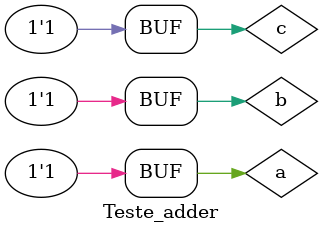
<source format=v>

module HalfAdder (s0,s1,a,b);
input a,b;
output s0,s1;
xor XOR1 (s0,a,b);
and AND1 (s1,a,b);
endmodule //fim do circuito de meia-soma

module Adder (s0,s1,a,b,c);
input a,b,c;
output s0,s1;
wire q0,q1,q2;
HalfAdder A1 (q0,q1,a,b);
HalfAdder A2 (s0,q2,q0,c);
or OR1 (s1,q1,q2);
endmodule //fim da construcao do somador

module Teste_adder;

reg a,b,c;
wire s0,s1;
Adder A1 (s0,s1,a,b,c);
initial begin: start
 c=0;a=0;b=0;
end 

initial begin: main
$display ("Nome: Jessica Luisa Betonico Andradde	Matricula: 412748");
$display ("Soma Completa");
$display ("\n c | a | b | = | s1 | s0 |");
$monitor (" %b | %b | %b | = | %2b | %2b |",c,a,b,s1,s0);
#1 c=0;a=0;b=1;
#1 c=0;a=1;b=0;
#1 c=0;a=1;b=1;
#1 c=1;a=0;b=0;
#1 c=1;a=0;b=1;
#1 c=1;a=1;b=0;
#1 c=1;a=1;b=1;
end
endmodule

	

</source>
